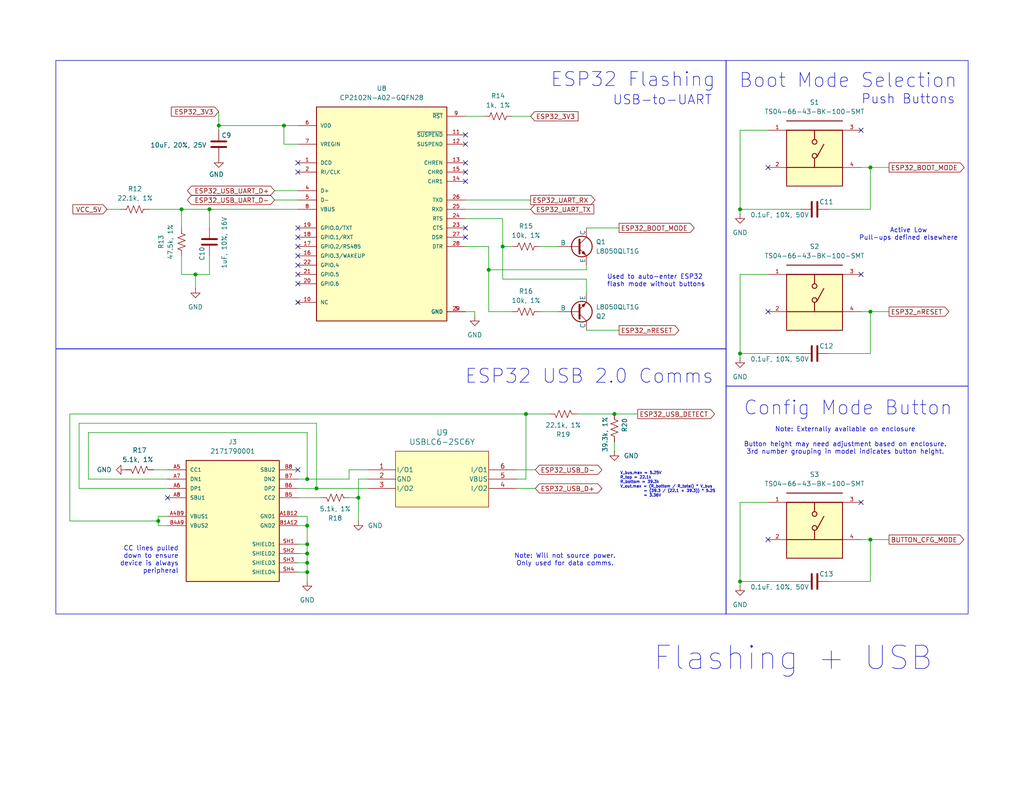
<source format=kicad_sch>
(kicad_sch (version 20231120) (generator "eeschema") (generator_version "8.0")
  (paper "USLetter")
  (title_block (title "CivicAlert") (rev "A") (company "Vanderbilt University"))
  (lib_symbols
    (symbol "2024-08-09_21-18-38:USBLC6-2SC6Y" (pin_names (offset 0.254))
      (property "Reference" "U" (at 20.32 10.16 0))
      (property "Value" "USBLC6-2SC6Y" (at 20.32 7.62 0))
      (symbol "USBLC6-2SC6Y_0_1"
        (rectangle (start 7.62 5.08) (end 33.02 -10.16) (fill (type background)))
        (pin bidirectional line (at 0 0 0) (length 7.62) (name "I/O1") (number "1"))
        (pin power_in line (at 0 -2.54 0) (length 7.62) (name "GND") (number "2"))
        (pin bidirectional line (at 0 -5.08 0) (length 7.62) (name "I/O2") (number "3"))
        (pin bidirectional line (at 40.64 -5.08 180) (length 7.62) (name "I/O2") (number "4"))
        (pin power_in line (at 40.64 -2.54 180) (length 7.62) (name "VBUS") (number "5"))
        (pin bidirectional line (at 40.64 0 180) (length 7.62) (name "I/O1") (number "6"))
      )
    )
    (symbol "2171790001:2171790001" (pin_names (offset 1.016))
      (property "Reference" "J3" (at 0 20.32 0))
      (property "Value" "2171790001" (at 0 17.78 0))
      (symbol "2171790001_0_0"
        (rectangle (start -12.7 -17.78) (end 12.7 15.24) (stroke (width 0.254)) (fill (type background)))
        (pin power_in line (at 17.78 0 180) (length 5.08) (name "GND1") (number "A1B12"))
        (pin power_in line (at -17.78 0 0) (length 5.08) (name "VBUS1") (number "A4B9"))
        (pin bidirectional line (at -17.78 12.7 0) (length 5.08) (name "CC1") (number "A5"))
        (pin bidirectional line (at -17.78 7.62 0) (length 5.08) (name "DP1") (number "A6"))
        (pin bidirectional line (at -17.78 10.16 0) (length 5.08) (name "DN1") (number "A7"))
        (pin bidirectional line (at -17.78 5.08 0) (length 5.08) (name "SBU1") (number "A8"))
        (pin power_in line (at 17.78 -2.54 180) (length 5.08) (name "GND2") (number "B1A12"))
        (pin bidirectional line (at 17.78 5.08 180) (length 5.08) (name "CC2") (number "B5"))
        (pin bidirectional line (at 17.78 7.62 180) (length 5.08) (name "DP2") (number "B6"))
        (pin bidirectional line (at 17.78 10.16 180) (length 5.08) (name "DN2") (number "B7"))
        (pin bidirectional line (at 17.78 12.7 180) (length 5.08) (name "SBU2") (number "B8"))
        (pin passive line (at 17.78 -7.62 180) (length 5.08) (name "SHIELD1") (number "SH1"))
        (pin passive line (at 17.78 -10.16 180) (length 5.08) (name "SHIELD2") (number "SH2"))
        (pin passive line (at 17.78 -12.7 180) (length 5.08) (name "SHIELD3") (number "SH3"))
        (pin passive line (at 17.78 -15.24 180) (length 5.08) (name "SHIELD4") (number "SH4"))
      )
      (symbol "2171790001_1_0"
        (pin power_out line (at -17.78 -2.54 0) (length 5.08) (name "VBUS2") (number "B4A9"))
      )
    )
    (symbol "CP2102N-A02-GQFN28:CP2102N-A02-GQFN28" (pin_names (offset 1.016))
      (property "Reference" "U8" (at 0 35.56 0))
      (property "Value" "CP2102N-A02-GQFN28" (at 0 33.02 0))
      (symbol "CP2102N-A02-GQFN28_0_0"
        (rectangle (start -17.78 -27.94) (end 17.78 30.48) (stroke (width 0.254)) (fill (type background)))
        (pin input line (at -22.86 15.24 0) (length 5.08) (name "DCD") (number "1"))
        (pin no_connect line (at -22.86 -22.86 0) (length 5.08) (name "NC") (number "10"))
        (pin output line (at 22.86 22.86 180) (length 5.08) (name "~{SUSPEND}") (number "11"))
        (pin output line (at 22.86 20.32 180) (length 5.08) (name "SUSPEND") (number "12"))
        (pin output line (at 22.86 15.24 180) (length 5.08) (name "CHREN") (number "13"))
        (pin output line (at 22.86 10.16 180) (length 5.08) (name "CHR1") (number "14"))
        (pin output line (at 22.86 12.7 180) (length 5.08) (name "CHR0") (number "15"))
        (pin bidirectional line (at -22.86 -10.16 0) (length 5.08) (name "GPIO.3/WAKEUP") (number "16"))
        (pin bidirectional line (at -22.86 -7.62 0) (length 5.08) (name "GPIO.2/RS485") (number "17"))
        (pin bidirectional line (at -22.86 -5.08 0) (length 5.08) (name "GPIO.1/RXT") (number "18"))
        (pin bidirectional line (at -22.86 -2.54 0) (length 5.08) (name "GPIO.0/TXT") (number "19"))
        (pin bidirectional line (at -22.86 12.7 0) (length 5.08) (name "RI/CLK") (number "2"))
        (pin bidirectional line (at -22.86 -17.78 0) (length 5.08) (name "GPIO.6") (number "20"))
        (pin bidirectional line (at -22.86 -15.24 0) (length 5.08) (name "GPIO.5") (number "21"))
        (pin bidirectional line (at -22.86 -12.7 0) (length 5.08) (name "GPIO.4") (number "22"))
        (pin input line (at 22.86 -2.54 180) (length 5.08) (name "CTS") (number "23"))
        (pin output line (at 22.86 0 180) (length 5.08) (name "RTS") (number "24"))
        (pin input line (at 22.86 2.54 180) (length 5.08) (name "RXD") (number "25"))
        (pin output line (at 22.86 5.08 180) (length 5.08) (name "TXD") (number "26"))
        (pin input line (at 22.86 -5.08 180) (length 5.08) (name "DSR") (number "27"))
        (pin output line (at 22.86 -7.62 180) (length 5.08) (name "DTR") (number "28"))
        (pin power_in line (at 22.86 -25.4 180) (length 5.08) (name "GND") (number "29"))
        (pin power_in line (at 22.86 -25.4 180) (length 5.08) (name "GND") (number "3"))
        (pin bidirectional line (at -22.86 7.62 0) (length 5.08) (name "D+") (number "4"))
        (pin bidirectional line (at -22.86 5.08 0) (length 5.08) (name "D-") (number "5"))
        (pin power_in line (at -22.86 25.4 0) (length 5.08) (name "VDD") (number "6"))
        (pin input line (at -22.86 20.32 0) (length 5.08) (name "VREGIN") (number "7"))
        (pin input line (at -22.86 2.54 0) (length 5.08) (name "VBUS") (number "8"))
        (pin input line (at 22.86 27.94 180) (length 5.08) (name "~{RST}") (number "9"))
      )
    )
    (symbol "Device:C" (pin_numbers hide) (pin_names (offset 0.254))
      (property "Reference" "C" (at 0.635 2.54 0))
      (property "Value" "C" (at 0.635 -2.54 0))
      (symbol "C_0_1"
        (polyline (pts (xy -2.032 -0.762) (xy 2.032 -0.762)) (stroke (width 0.508)))
        (polyline (pts (xy -2.032 0.762) (xy 2.032 0.762)) (stroke (width 0.508)))
      )
      (symbol "C_1_1"
        (pin passive line (at 0 3.81 270) (length 2.794) (name "~") (number "1"))
        (pin passive line (at 0 -3.81 90) (length 2.794) (name "~") (number "2"))
      )
    )
    (symbol "Device:R_US" (pin_numbers hide) (pin_names (offset 0))
      (property "Reference" "R" (at 2.54 0 90))
      (property "Value" "R_US" (at -2.54 0 90))
      (symbol "R_US_0_1"
        (polyline (pts (xy 0 -2.286) (xy 0 -2.54)))
        (polyline (pts (xy 0 2.286) (xy 0 2.54)))
        (polyline (pts (xy 0 -0.762) (xy 1.016 -1.143) (xy 0 -1.524) (xy -1.016 -1.905) (xy 0 -2.286)))
        (polyline (pts (xy 0 0.762) (xy 1.016 0.381) (xy 0 0) (xy -1.016 -0.381) (xy 0 -0.762)))
        (polyline (pts (xy 0 2.286) (xy 1.016 1.905) (xy 0 1.524) (xy -1.016 1.143) (xy 0 0.762)))
      )
      (symbol "R_US_1_1"
        (pin passive line (at 0 3.81 270) (length 1.27) (name "~") (number "1"))
        (pin passive line (at 0 -3.81 90) (length 1.27) (name "~") (number "2"))
      )
    )
    (symbol "NPN_1" (pin_numbers hide) (pin_names (offset 0))
      (property "Reference" "Q1" (at 5.08 1.2701 0))
      (property "Value" "L8050QLT1G" (at 5.08 -1.2699 0))
      (symbol "NPN_1_0_1"
        (polyline (pts (xy -2.54 0) (xy 0.635 0)) (stroke (width 0.1524)))
        (polyline (pts (xy 0.635 0.635) (xy 2.54 2.54)))
        (polyline (pts (xy 2.794 -1.27) (xy 2.794 -1.27)) (stroke (width 0.1524)))
        (polyline (pts (xy 2.794 -1.27) (xy 2.794 -1.27)) (stroke (width 0.1524)))
        (polyline (pts (xy 0.635 -0.635) (xy 2.54 -2.54) (xy 2.54 -2.54)))
        (polyline (pts (xy 0.635 1.905) (xy 0.635 -1.905) (xy 0.635 -1.905)) (stroke (width 0.508)))
        (polyline (pts (xy 1.27 -1.778) (xy 1.778 -1.27) (xy 2.286 -2.286) (xy 1.27 -1.778) (xy 1.27 -1.778)) (fill (type outline)))
        (circle (center 1.27 0) (radius 2.8194) (stroke (width 0.254)))
      )
      (symbol "NPN_1_1_1"
        (pin open_collector line (at 2.54 5.08 270) (length 2.54) (name "C") (number "1"))
        (pin input line (at -5.08 0 0) (length 2.54) (name "B") (number "2"))
        (pin passive line (at 2.54 -5.08 90) (length 2.54) (name "E") (number "3"))
      )
    )
    (symbol "Simulation_SPICE:NPN" (pin_numbers hide) (pin_names (offset 0))
      (property "Reference" "Q2" (at 5.08 1.2701 0))
      (property "Value" "L8050QLT1G" (at 5.08 -1.2699 0))
      (symbol "NPN_0_1"
        (polyline (pts (xy -2.54 0) (xy 0.635 0)) (stroke (width 0.1524)))
        (polyline (pts (xy 0.635 0.635) (xy 2.54 2.54)))
        (polyline (pts (xy 2.794 -1.27) (xy 2.794 -1.27)) (stroke (width 0.1524)))
        (polyline (pts (xy 2.794 -1.27) (xy 2.794 -1.27)) (stroke (width 0.1524)))
        (polyline (pts (xy 0.635 -0.635) (xy 2.54 -2.54) (xy 2.54 -2.54)))
        (polyline (pts (xy 0.635 1.905) (xy 0.635 -1.905) (xy 0.635 -1.905)) (stroke (width 0.508)))
        (polyline (pts (xy 1.27 -1.778) (xy 1.778 -1.27) (xy 2.286 -2.286) (xy 1.27 -1.778) (xy 1.27 -1.778)) (fill (type outline)))
        (circle (center 1.27 0) (radius 2.8194) (stroke (width 0.254)))
      )
      (symbol "NPN_1_1"
        (pin open_collector line (at 2.54 5.08 270) (length 2.54) (name "C") (number "1"))
        (pin input line (at -5.08 0 0) (length 2.54) (name "B") (number "2"))
        (pin passive line (at 2.54 -5.08 90) (length 2.54) (name "E") (number "3"))
      )
    )
    (symbol "TS04-66-43-BK-100-SMT:TS04-66-43-BK-100-SMT" (pin_names (offset 1.016) hide)
      (property "Reference" "S" (at -7.62 8.382 0))
      (property "Value" "TS04-66-43-BK-100-SMT" (at -7.62 -8.382 0))
      (symbol "TS04-66-43-BK-100-SMT_0_0"
        (rectangle (start -7.62 -10.16) (end 7.62 5.08) (stroke (width 0.254)) (fill (type background)))
        (circle (center 0 -1.905) (radius 0.635) (stroke (width 0.254)))
        (polyline (pts (xy 0 -2.54) (xy 0 -5.08)) (stroke (width 0.254)))
        (polyline (pts (xy 0 5.08) (xy 0 2.54)) (stroke (width 0.254)))
        (polyline (pts (xy 0.635 -2.2352) (xy 2.54 1.27)) (stroke (width 0.254)))
        (polyline (pts (xy 7.62 -5.08) (xy -7.62 -5.08)) (stroke (width 0.254)))
        (polyline (pts (xy 7.62 5.08) (xy -7.62 5.08)) (stroke (width 0.254)))
        (polyline (pts (xy 7.62 7.62) (xy -7.62 7.62)) (stroke (width 0.254)))
        (circle (center 0 1.905) (radius 0.635) (stroke (width 0.254)))
        (pin passive line (at -12.7 5.08 0) (length 5.08) (name "~") (number "1"))
        (pin passive line (at -12.7 -5.08 0) (length 5.08) (name "~") (number "2"))
        (pin passive line (at 12.7 5.08 180) (length 5.08) (name "~") (number "3"))
        (pin passive line (at 12.7 -5.08 180) (length 5.08) (name "~") (number "4"))
      )
    )
    (symbol "power:GND" (power) (pin_numbers hide) (pin_names (offset 0) hide)
      (property "Value" "GND" (at 0 -3.81 0))
      (symbol "GND_0_1"
        (polyline (pts (xy 0 0) (xy 0 -1.27) (xy 1.27 -1.27) (xy 0 -2.54) (xy -1.27 -1.27) (xy 0 -1.27)))
      )
      (symbol "GND_1_1"
        (pin power_in line (at 0 0 270) (length 0) (name "~") (number "1"))
      )
    )
  )
  (junction (at 83.82 148.59))
  (junction (at 83.82 130.81))
  (junction (at 201.93 158.75))
  (junction (at 201.93 96.52))
  (junction (at 86.36 133.35))
  (junction (at 83.82 143.51))
  (junction (at 97.79 135.89))
  (junction (at 137.16 67.31))
  (junction (at 133.35 73.66))
  (junction (at 83.82 153.67))
  (junction (at 237.49 85.09))
  (junction (at 167.64 113.03))
  (junction (at 143.51 113.03))
  (junction (at 77.47 34.29))
  (junction (at 83.82 151.13))
  (junction (at 83.82 156.21))
  (junction (at 53.34 74.93))
  (junction (at 49.53 57.15))
  (junction (at 237.49 147.32))
  (junction (at 43.18 142.24))
  (junction (at 237.49 45.72))
  (junction (at 201.93 57.15))
  (junction (at 57.15 57.15))
  (junction (at 59.69 34.29))
  (no_connect (at 81.28 72.39))
  (no_connect (at 234.95 35.56))
  (no_connect (at 81.28 69.85))
  (no_connect (at 127 36.83))
  (no_connect (at 81.28 77.47))
  (no_connect (at 127 46.99))
  (no_connect (at 81.28 128.27))
  (no_connect (at 81.28 82.55))
  (no_connect (at 81.28 46.99))
  (no_connect (at 81.28 67.31))
  (no_connect (at 127 39.37))
  (no_connect (at 234.95 74.93))
  (no_connect (at 127 44.45))
  (no_connect (at 209.55 85.09))
  (no_connect (at 81.28 74.93))
  (no_connect (at 81.28 64.77))
  (no_connect (at 45.72 135.89))
  (no_connect (at 127 64.77))
  (no_connect (at 209.55 45.72))
  (no_connect (at 81.28 44.45))
  (no_connect (at 209.55 147.32))
  (no_connect (at 127 62.23))
  (no_connect (at 234.95 137.16))
  (no_connect (at 127 49.53))
  (no_connect (at 81.28 62.23))
  (wire (pts (xy 74.93 52.07) (xy 81.28 52.07)))
  (wire (pts (xy 81.28 151.13) (xy 83.82 151.13)))
  (wire (pts (xy 237.49 158.75) (xy 237.49 147.32)))
  (wire (pts (xy 133.35 85.09) (xy 139.7 85.09)))
  (wire (pts (xy 86.36 115.57) (xy 86.36 133.35)))
  (wire (pts (xy 29.21 57.15) (xy 33.02 57.15)))
  (wire (pts (xy 81.28 130.81) (xy 83.82 130.81)))
  (wire (pts (xy 226.06 57.15) (xy 237.49 57.15)))
  (wire (pts (xy 45.72 133.35) (xy 21.59 133.35)))
  (wire (pts (xy 147.32 85.09) (xy 152.4 85.09)))
  (wire (pts (xy 81.28 34.29) (xy 77.47 34.29)))
  (wire (pts (xy 97.79 135.89) (xy 97.79 142.24)))
  (wire (pts (xy 40.64 57.15) (xy 49.53 57.15)))
  (wire (pts (xy 201.93 57.15) (xy 201.93 35.56)))
  (wire (pts (xy 160.02 72.39) (xy 160.02 73.66)))
  (wire (pts (xy 237.49 96.52) (xy 237.49 85.09)))
  (wire (pts (xy 137.16 67.31) (xy 139.7 67.31)))
  (wire (pts (xy 43.18 142.24) (xy 43.18 143.51)))
  (wire (pts (xy 147.32 67.31) (xy 152.4 67.31)))
  (wire (pts (xy 143.51 113.03) (xy 149.86 113.03)))
  (wire (pts (xy 167.64 113.03) (xy 173.99 113.03)))
  (wire (pts (xy 226.06 96.52) (xy 237.49 96.52)))
  (wire (pts (xy 77.47 34.29) (xy 77.47 39.37)))
  (wire (pts (xy 201.93 57.15) (xy 218.44 57.15)))
  (wire (pts (xy 49.53 57.15) (xy 49.53 62.23)))
  (wire (pts (xy 127 54.61) (xy 144.78 54.61)))
  (wire (pts (xy 45.72 130.81) (xy 24.13 130.81)))
  (wire (pts (xy 127 57.15) (xy 144.78 57.15)))
  (wire (pts (xy 127 31.75) (xy 132.08 31.75)))
  (wire (pts (xy 19.05 142.24) (xy 19.05 113.03)))
  (wire (pts (xy 83.82 153.67) (xy 83.82 156.21)))
  (wire (pts (xy 59.69 35.56) (xy 59.69 34.29)))
  (wire (pts (xy 160.02 73.66) (xy 133.35 73.66)))
  (wire (pts (xy 237.49 57.15) (xy 237.49 45.72)))
  (wire (pts (xy 237.49 85.09) (xy 242.57 85.09)))
  (wire (pts (xy 24.13 130.81) (xy 24.13 118.11)))
  (wire (pts (xy 133.35 73.66) (xy 133.35 85.09)))
  (wire (pts (xy 201.93 158.75) (xy 218.44 158.75)))
  (wire (pts (xy 81.28 135.89) (xy 87.63 135.89)))
  (wire (pts (xy 86.36 133.35) (xy 100.33 133.35)))
  (wire (pts (xy 19.05 142.24) (xy 43.18 142.24)))
  (wire (pts (xy 201.93 58.42) (xy 201.93 57.15)))
  (wire (pts (xy 129.54 85.09) (xy 129.54 86.36)))
  (wire (pts (xy 57.15 74.93) (xy 57.15 69.85)))
  (wire (pts (xy 140.97 128.27) (xy 146.05 128.27)))
  (wire (pts (xy 57.15 57.15) (xy 57.15 62.23)))
  (wire (pts (xy 59.69 34.29) (xy 77.47 34.29)))
  (wire (pts (xy 201.93 74.93) (xy 209.55 74.93)))
  (wire (pts (xy 83.82 143.51) (xy 81.28 143.51)))
  (wire (pts (xy 53.34 74.93) (xy 57.15 74.93)))
  (wire (pts (xy 127 85.09) (xy 129.54 85.09)))
  (wire (pts (xy 57.15 57.15) (xy 81.28 57.15)))
  (wire (pts (xy 83.82 148.59) (xy 83.82 151.13)))
  (wire (pts (xy 83.82 151.13) (xy 83.82 153.67)))
  (wire (pts (xy 237.49 85.09) (xy 234.95 85.09)))
  (wire (pts (xy 95.25 130.81) (xy 95.25 128.27)))
  (wire (pts (xy 160.02 80.01) (xy 160.02 76.2)))
  (wire (pts (xy 97.79 135.89) (xy 97.79 130.81)))
  (wire (pts (xy 41.91 128.27) (xy 45.72 128.27)))
  (wire (pts (xy 97.79 130.81) (xy 100.33 130.81)))
  (wire (pts (xy 160.02 90.17) (xy 168.91 90.17)))
  (wire (pts (xy 83.82 118.11) (xy 83.82 130.81)))
  (wire (pts (xy 49.53 74.93) (xy 53.34 74.93)))
  (wire (pts (xy 237.49 45.72) (xy 242.57 45.72)))
  (wire (pts (xy 83.82 130.81) (xy 95.25 130.81)))
  (wire (pts (xy 81.28 148.59) (xy 83.82 148.59)))
  (wire (pts (xy 140.97 133.35) (xy 146.05 133.35)))
  (wire (pts (xy 160.02 76.2) (xy 137.16 76.2)))
  (wire (pts (xy 133.35 67.31) (xy 133.35 73.66)))
  (wire (pts (xy 137.16 76.2) (xy 137.16 67.31)))
  (wire (pts (xy 201.93 137.16) (xy 209.55 137.16)))
  (wire (pts (xy 237.49 147.32) (xy 234.95 147.32)))
  (wire (pts (xy 95.25 135.89) (xy 97.79 135.89)))
  (wire (pts (xy 43.18 140.97) (xy 43.18 142.24)))
  (wire (pts (xy 83.82 156.21) (xy 83.82 158.75)))
  (wire (pts (xy 81.28 156.21) (xy 83.82 156.21)))
  (wire (pts (xy 201.93 35.56) (xy 209.55 35.56)))
  (wire (pts (xy 83.82 140.97) (xy 83.82 143.51)))
  (wire (pts (xy 160.02 62.23) (xy 168.91 62.23)))
  (wire (pts (xy 74.93 54.61) (xy 81.28 54.61)))
  (wire (pts (xy 83.82 143.51) (xy 83.82 148.59)))
  (wire (pts (xy 201.93 158.75) (xy 201.93 137.16)))
  (wire (pts (xy 143.51 130.81) (xy 140.97 130.81)))
  (wire (pts (xy 167.64 120.65) (xy 167.64 123.19)))
  (wire (pts (xy 81.28 133.35) (xy 86.36 133.35)))
  (wire (pts (xy 77.47 39.37) (xy 81.28 39.37)))
  (wire (pts (xy 143.51 113.03) (xy 143.51 130.81)))
  (wire (pts (xy 201.93 160.02) (xy 201.93 158.75)))
  (wire (pts (xy 226.06 158.75) (xy 237.49 158.75)))
  (wire (pts (xy 81.28 140.97) (xy 83.82 140.97)))
  (wire (pts (xy 201.93 97.79) (xy 201.93 96.52)))
  (wire (pts (xy 21.59 133.35) (xy 21.59 115.57)))
  (wire (pts (xy 127 59.69) (xy 137.16 59.69)))
  (wire (pts (xy 53.34 74.93) (xy 53.34 78.74)))
  (wire (pts (xy 201.93 96.52) (xy 201.93 74.93)))
  (wire (pts (xy 59.69 30.48) (xy 59.69 34.29)))
  (wire (pts (xy 19.05 113.03) (xy 143.51 113.03)))
  (wire (pts (xy 137.16 59.69) (xy 137.16 67.31)))
  (wire (pts (xy 95.25 128.27) (xy 100.33 128.27)))
  (wire (pts (xy 81.28 153.67) (xy 83.82 153.67)))
  (wire (pts (xy 49.53 69.85) (xy 49.53 74.93)))
  (wire (pts (xy 139.7 31.75) (xy 144.78 31.75)))
  (wire (pts (xy 237.49 45.72) (xy 234.95 45.72)))
  (wire (pts (xy 127 67.31) (xy 133.35 67.31)))
  (wire (pts (xy 45.72 140.97) (xy 43.18 140.97)))
  (wire (pts (xy 43.18 143.51) (xy 45.72 143.51)))
  (wire (pts (xy 157.48 113.03) (xy 167.64 113.03)))
  (wire (pts (xy 24.13 118.11) (xy 83.82 118.11)))
  (wire (pts (xy 201.93 96.52) (xy 218.44 96.52)))
  (wire (pts (xy 21.59 115.57) (xy 86.36 115.57)))
  (wire (pts (xy 49.53 57.15) (xy 57.15 57.15)))
  (wire (pts (xy 237.49 147.32) (xy 242.57 147.32)))
  (rectangle (start 198.12 16.51) (end 264.16 105.41))
  (rectangle (start 15.24 16.51) (end 198.12 95.25))
  (rectangle (start 15.24 95.25) (end 198.12 167.64))
  (rectangle (start 198.12 105.41) (end 264.16 167.64))
  (text "Active Low\nPull-ups defined elsewhere" (at 247.904 64.008 0) (effects (font (size 1.27 1.27))))
  (text "CC lines pulled\ndown to ensure\ndevice is always\nperipheral" (at 48.768 152.908 0) (effects (font (size 1.27 1.27)) (justify right)))
  (text "Note: Will not source power.\nOnly used for data comms." (at 154.178 152.908 0) (effects (font (size 1.27 1.27))))
  (text "V_bus,max = 5.25V\nR_top = 22.1k\nR_bottom = 39.3k\nV_out,max = (R_bottom / R_total) * V_bus\n           = (39.3 / (22.1 + 39.3)) * 5.25\n           = 3.36V" (at 169.164 132.334 0) (effects (font (size 0.762 0.762)) (justify left)))
  (text "Note: Externally available on enclosure\n\nButton height may need adjustment based on enclosure.\n3rd number grouping in model indicates button height." (at 230.632 120.396 0) (effects (font (size 1.27 1.27))))
  (text "Push Buttons" (at 234.95 27.178 0) (effects (font (size 2.54 2.54)) (justify left)))
  (text "Flashing + USB" (at 216.408 179.832 0) (effects (font (size 6.35 6.35))))
  (text "Used to auto-enter ESP32\nflash mode without buttons" (at 165.608 76.708 0) (effects (font (size 1.27 1.27)) (justify left)))
  (text "USB-to-UART" (at 167.132 27.432 0) (effects (font (size 2.54 2.54)) (justify left)))
  (text "Boot Mode Selection" (at 231.394 22.098 0) (effects (font (size 3.81 3.81))))
  (text "Config Mode Button" (at 231.394 111.506 0) (effects (font (size 3.81 3.81))))
  (text "ESP32 Flashing" (at 172.72 21.844 0) (effects (font (size 3.81 3.81))))
  (text "ESP32 USB 2.0 Comms" (at 160.782 102.87 0) (effects (font (size 3.81 3.81))))
  (global_label "ESP32_USB_UART_D-" (shape bidirectional) (at 74.93 54.61 180) (property "Intersheetrefs" "${INTERSHEET_REFS}" (effects (hide yes))))
  (global_label "ESP32_USB_D-" (shape bidirectional) (at 146.05 128.27 0) (property "Intersheetrefs" "${INTERSHEET_REFS}" (effects (hide yes))))
  (global_label "BUTTON_CFG_MODE" (shape output) (at 242.57 147.32 0) (property "Intersheetrefs" "${INTERSHEET_REFS}" (effects (hide yes))))
  (global_label "ESP32_UART_TX" (shape input) (at 144.78 57.15 0) (property "Intersheetrefs" "${INTERSHEET_REFS}" (effects (hide yes))))
  (global_label "ESP32_nRESET" (shape output) (at 242.57 85.09 0) (property "Intersheetrefs" "${INTERSHEET_REFS}" (effects (hide yes))))
  (global_label "ESP32_USB_UART_D+" (shape bidirectional) (at 74.93 52.07 180) (property "Intersheetrefs" "${INTERSHEET_REFS}" (effects (hide yes))))
  (global_label "ESP32_3V3" (shape input) (at 144.78 31.75 0) (property "Intersheetrefs" "${INTERSHEET_REFS}" (effects (hide yes))))
  (global_label "ESP32_nRESET" (shape output) (at 168.91 90.17 0) (property "Intersheetrefs" "${INTERSHEET_REFS}" (effects (hide yes))))
  (global_label "VCC_5V" (shape input) (at 29.21 57.15 180) (property "Intersheetrefs" "${INTERSHEET_REFS}" (effects (hide yes))))
  (global_label "ESP32_USB_D+" (shape bidirectional) (at 146.05 133.35 0) (property "Intersheetrefs" "${INTERSHEET_REFS}" (effects (hide yes))))
  (global_label "ESP32_BOOT_MODE" (shape output) (at 242.57 45.72 0) (property "Intersheetrefs" "${INTERSHEET_REFS}" (effects (hide yes))))
  (global_label "ESP32_USB_DETECT" (shape output) (at 173.99 113.03 0) (property "Intersheetrefs" "${INTERSHEET_REFS}" (effects (hide yes))))
  (global_label "ESP32_UART_RX" (shape output) (at 144.78 54.61 0) (property "Intersheetrefs" "${INTERSHEET_REFS}" (effects (hide yes))))
  (global_label "ESP32_BOOT_MODE" (shape output) (at 168.91 62.23 0) (property "Intersheetrefs" "${INTERSHEET_REFS}" (effects (hide yes))))
  (global_label "ESP32_3V3" (shape input) (at 59.69 30.48 180) (property "Intersheetrefs" "${INTERSHEET_REFS}" (effects (hide yes))))
  (symbol (lib_id "CP2102N-A02-GQFN28:CP2102N-A02-GQFN28") (at 104.14 59.69 0) (unit 1)
    (property "Reference" "U8" (at 104.14 24.13 0))
    (property "Value" "CP2102N-A02-GQFN28" (at 104.14 26.67 0))
    (property "Footprint" "CP2102N-A02-GQFN28:QFN50P500X500X80-29N" (effects (hide yes)))
    (property "DigiKey_Part_Number" "336-5889-ND" (effects (hide yes)))
    (property "SnapEDA_Link" "https://www.snapeda.com/parts/CP2102N-A02-GQFN28/Silicon+Labs/view-part/?ref=snap" (effects (hide yes)))
    (property "MAXIMUM_PACKAGE_HEIGHT" "0.8 mm" (effects (hide yes)))
    (property "Package" "WFQFN-28 Silicon Labs" (effects (hide yes)))
    (property "Check_prices" "https://www.snapeda.com/parts/CP2102N-A02-GQFN28/Silicon+Labs/view-part/?ref=eda" (effects (hide yes)))
    (property "STANDARD" "IPC 7351B" (effects (hide yes)))
    (property "PARTREV" "1.5" (effects (hide yes)))
    (property "MF" "Silicon Labs" (effects (hide yes)))
    (property "MP" "CP2102N-A02-GQFN28" (effects (hide yes)))
    (property "Description_1" "\n                        \n                            USB Bridge, USB to UART USB 2.0 UART Interface 28-QFN (5x5)\n                        \n" (effects (hide yes)))
    (property "MANUFACTURER" "Silicon Labs" (effects (hide yes)))
  )
  (symbol (lib_id "Device:C") (at 222.25 158.75 270) (unit 1)
    (property "Reference" "C13" (at 223.52 156.718 90) (effects (justify left)))
    (property "Value" "0.1uF, 10%, 50V" (at 204.724 160.274 90) (effects (justify left)))
    (property "Description" "Unpolarized capacitor" (effects (hide yes)))
  )
  (symbol (lib_id "power:GND") (at 201.93 160.02 0) (unit 1)
    (property "Reference" "#PWR023" (effects (hide yes)))
    (property "Value" "GND" (at 201.93 165.1 0))
    (property "Description" "Power symbol creates a global label with name \"GND\" , ground" (effects (hide yes)))
  )
  (symbol (lib_id "Device:C") (at 222.25 96.52 270) (unit 1)
    (property "Reference" "C12" (at 223.52 94.488 90) (effects (justify left)))
    (property "Value" "0.1uF, 10%, 50V" (at 204.724 98.044 90) (effects (justify left)))
    (property "Description" "Unpolarized capacitor" (effects (hide yes)))
  )
  (symbol (lib_id "Device:C") (at 59.69 39.37 0) (mirror y) (unit 1)
    (property "Reference" "C9" (at 63.119 36.957 0) (effects (justify left)))
    (property "Value" "10uF, 20%, 25V" (at 56.388 39.624 0) (effects (justify left)))
    (property "Description" "Unpolarized capacitor" (effects (hide yes)))
  )
  (symbol (lib_id "power:GND") (at 201.93 97.79 0) (unit 1)
    (property "Reference" "#PWR022" (effects (hide yes)))
    (property "Value" "GND" (at 201.93 102.87 0))
    (property "Description" "Power symbol creates a global label with name \"GND\" , ground" (effects (hide yes)))
  )
  (symbol (lib_id "TS04-66-43-BK-100-SMT:TS04-66-43-BK-100-SMT") (at 222.25 80.01 0) (unit 1)
    (property "Reference" "S2" (at 222.25 67.31 0))
    (property "Value" "TS04-66-43-BK-100-SMT" (at 222.25 69.85 0))
    (property "Footprint" "SW_TS04-66-43-BK-100-SMT" (effects (hide yes)))
    (property "PARTREV" "1.0" (effects (hide yes)))
    (property "MANUFACTURER" "CUI Devices" (effects (hide yes)))
    (property "STANDARD" "Manufacturer Recommendations" (effects (hide yes)))
  )
  (symbol (lib_id "Device:R_US") (at 167.64 116.84 0) (unit 1)
    (property "Reference" "R20" (at 170.434 116.078 90))
    (property "Value" "39.3k, 1%" (at 165.1 118.618 90))
    (property "Description" "Resistor, US symbol" (effects (hide yes)))
  )
  (symbol (lib_id "power:GND") (at 83.82 158.75 0) (unit 1)
    (property "Reference" "#PWR017" (effects (hide yes)))
    (property "Value" "GND" (at 83.82 163.83 0))
    (property "Description" "Power symbol creates a global label with name \"GND\" , ground" (effects (hide yes)))
  )
  (symbol (lib_id "Device:R_US") (at 143.51 67.31 270) (unit 1)
    (property "Reference" "R15" (at 143.51 61.722 90))
    (property "Value" "10k, 1%" (at 143.51 64.262 90))
    (property "Description" "Resistor, US symbol" (effects (hide yes)))
  )
  (symbol (lib_id "2171790001:2171790001") (at 63.5 140.97 0) (unit 1)
    (property "Reference" "J3" (at 63.5 120.65 0))
    (property "Value" "2171790001" (at 63.5 123.19 0))
    (property "Footprint" "2171790001:MOLEX_2171790001" (effects (hide yes)))
    (property "DigiKey_Part_Number" "900-2171790001TR-ND" (effects (hide yes)))
    (property "SnapEDA_Link" "https://www.snapeda.com/parts/217179-0001/Molex/view-part/?ref=snap" (effects (hide yes)))
    (property "MAXIMUM_PACKAGE_HEIGHT" "3.16 mm" (effects (hide yes)))
    (property "Package" "None" (effects (hide yes)))
    (property "Check_prices" "https://www.snapeda.com/parts/217179-0001/Molex/view-part/?ref=eda" (effects (hide yes)))
    (property "STANDARD" "Manufacturer Recommendations" (effects (hide yes)))
    (property "PARTREV" "A1" (effects (hide yes)))
    (property "MF" "Molex" (effects (hide yes)))
    (property "MP" "217179-0001" (effects (hide yes)))
    (property "Description_1" "\n                        \n                            USB Type C - Connector, Top-mount SMT, 16pos | Molex Incorporated 217179-0001\n                        \n" (effects (hide yes)))
    (property "MANUFACTURER" "Molex" (effects (hide yes)))
  )
  (symbol (lib_id "Device:C") (at 222.25 57.15 270) (unit 1)
    (property "Reference" "C11" (at 223.52 55.118 90) (effects (justify left)))
    (property "Value" "0.1uF, 10%, 50V" (at 204.724 58.674 90) (effects (justify left)))
    (property "Description" "Unpolarized capacitor" (effects (hide yes)))
  )
  (symbol (lib_id "power:GND") (at 53.34 78.74 0) (unit 1)
    (property "Reference" "#PWR016" (effects (hide yes)))
    (property "Value" "GND" (at 53.34 83.82 0))
    (property "Description" "Power symbol creates a global label with name \"GND\" , ground" (effects (hide yes)))
  )
  (symbol (lib_id "power:GND") (at 167.64 123.19 0) (mirror y) (unit 1)
    (property "Reference" "#PWR019" (effects (hide yes)))
    (property "Value" "GND" (at 170.18 124.4599 0) (effects (justify right)))
    (property "Description" "Power symbol creates a global label with name \"GND\" , ground" (effects (hide yes)))
  )
  (symbol (lib_id "Device:R_US") (at 91.44 135.89 270) (mirror x) (unit 1)
    (property "Reference" "R18" (at 91.44 141.478 90))
    (property "Value" "5.1k, 1%" (at 91.44 138.938 90))
    (property "Description" "Resistor, US symbol" (effects (hide yes)))
  )
  (symbol (lib_id "Device:R_US") (at 153.67 113.03 270) (mirror x) (unit 1)
    (property "Reference" "R19" (at 153.67 118.618 90))
    (property "Value" "22.1k, 1%" (at 153.67 116.078 90))
    (property "Description" "Resistor, US symbol" (effects (hide yes)))
  )
  (symbol (lib_id "2024-08-09_21-18-38:USBLC6-2SC6Y") (at 100.33 128.27 0) (unit 1)
    (property "Reference" "U9" (at 120.65 118.11 0) (effects (font (size 1.524 1.524))))
    (property "Value" "USBLC6-2SC6Y" (at 120.65 120.65 0) (effects (font (size 1.524 1.524))))
    (property "Footprint" "SOT23-6L_STM" (effects (hide yes)))
    (property "Datasheet" "USBLC6-2SC6Y" (effects (hide yes)))
  )
  (symbol (lib_id "power:GND") (at 59.69 43.18 0) (unit 1)
    (property "Reference" "#PWR014" (effects (hide yes)))
    (property "Value" "GND" (at 61.087 47.625 0) (effects (justify right)))
    (property "Description" "Power symbol creates a global label with name \"GND\" , ground" (effects (hide yes)))
  )
  (symbol (lib_id "Device:R_US") (at 36.83 57.15 270) (unit 1)
    (property "Reference" "R12" (at 36.83 51.562 90))
    (property "Value" "22.1k, 1%" (at 36.83 54.102 90))
    (property "Description" "Resistor, US symbol" (effects (hide yes)))
  )
  (symbol (lib_id "Device:R_US") (at 49.53 66.04 0) (unit 1)
    (property "Reference" "R13" (at 43.942 66.04 90))
    (property "Value" "47.5k, 1%" (at 46.482 66.04 90))
    (property "Description" "Resistor, US symbol" (effects (hide yes)))
  )
  (symbol (lib_id "Simulation_SPICE:NPN") (at 157.48 85.09 0) (mirror x) (unit 1)
    (property "Reference" "Q2" (at 162.56 86.3601 0) (effects (justify left)))
    (property "Value" "L8050QLT1G" (at 162.56 83.8201 0) (effects (justify left)))
    (property "Datasheet" "https://ngspice.sourceforge.io/docs/ngspice-html-manual/manual.xhtml#cha_BJTs" (effects (hide yes)))
    (property "Description" "Bipolar transistor symbol for simulation only, substrate tied to the emitter" (effects (hide yes)))
    (property "Sim.Device" "NPN" (effects (hide yes)))
    (property "Sim.Type" "GUMMELPOON" (effects (hide yes)))
    (property "Sim.Pins" "1=C 2=B 3=E" (effects (hide yes)))
  )
  (symbol (lib_id "Device:R_US") (at 38.1 128.27 90) (mirror x) (unit 1)
    (property "Reference" "R17" (at 38.1 122.936 90))
    (property "Value" "5.1k, 1%" (at 37.592 125.476 90))
    (property "Description" "Resistor, US symbol" (effects (hide yes)))
  )
  (symbol (lib_id "power:GND") (at 129.54 86.36 0) (unit 1)
    (property "Reference" "#PWR015" (effects (hide yes)))
    (property "Value" "GND" (at 129.54 91.44 0))
    (property "Description" "Power symbol creates a global label with name \"GND\" , ground" (effects (hide yes)))
  )
  (symbol (lib_id "TS04-66-43-BK-100-SMT:TS04-66-43-BK-100-SMT") (at 222.25 40.64 0) (unit 1)
    (property "Reference" "S1" (at 222.25 27.94 0))
    (property "Value" "TS04-66-43-BK-100-SMT" (at 222.25 30.48 0))
    (property "Footprint" "SW_TS04-66-43-BK-100-SMT" (effects (hide yes)))
    (property "PARTREV" "1.0" (effects (hide yes)))
    (property "MANUFACTURER" "CUI Devices" (effects (hide yes)))
    (property "STANDARD" "Manufacturer Recommendations" (effects (hide yes)))
  )
  (symbol (lib_id "power:GND") (at 201.93 58.42 0) (unit 1)
    (property "Reference" "#PWR021" (effects (hide yes)))
    (property "Value" "GND" (at 201.93 63.5 0))
    (property "Description" "Power symbol creates a global label with name \"GND\" , ground" (effects (hide yes)))
  )
  (symbol (lib_id "Device:R_US") (at 135.89 31.75 270) (unit 1)
    (property "Reference" "R14" (at 135.89 26.162 90))
    (property "Value" "1k, 1%" (at 135.89 28.702 90))
    (property "Description" "Resistor, US symbol" (effects (hide yes)))
  )
  (symbol (lib_id "Device:C") (at 57.15 66.04 0) (mirror x) (unit 1)
    (property "Reference" "C10" (at 55.118 67.31 90) (effects (justify left)))
    (property "Value" "1uF, 10%, 16V" (at 61.214 59.182 90) (effects (justify left)))
    (property "Description" "Unpolarized capacitor" (effects (hide yes)))
  )
  (symbol (lib_name "NPN_1") (lib_id "Simulation_SPICE:NPN") (at 157.48 67.31 0) (unit 1)
    (property "Reference" "Q1" (at 162.56 66.0399 0) (effects (justify left)))
    (property "Value" "L8050QLT1G" (at 162.56 68.5799 0) (effects (justify left)))
    (property "Datasheet" "https://ngspice.sourceforge.io/docs/ngspice-html-manual/manual.xhtml#cha_BJTs" (effects (hide yes)))
    (property "Description" "Bipolar transistor symbol for simulation only, substrate tied to the emitter" (effects (hide yes)))
    (property "Sim.Device" "NPN" (effects (hide yes)))
    (property "Sim.Type" "GUMMELPOON" (effects (hide yes)))
    (property "Sim.Pins" "1=C 2=B 3=E" (effects (hide yes)))
  )
  (symbol (lib_id "TS04-66-43-BK-100-SMT:TS04-66-43-BK-100-SMT") (at 222.25 142.24 0) (unit 1)
    (property "Reference" "S3" (at 222.25 129.54 0))
    (property "Value" "TS04-66-43-BK-100-SMT" (at 222.25 132.08 0))
    (property "Footprint" "SW_TS04-66-43-BK-100-SMT" (effects (hide yes)))
    (property "PARTREV" "1.0" (effects (hide yes)))
    (property "MANUFACTURER" "CUI Devices" (effects (hide yes)))
    (property "STANDARD" "Manufacturer Recommendations" (effects (hide yes)))
  )
  (symbol (lib_id "power:GND") (at 34.29 128.27 270) (mirror x) (unit 1)
    (property "Reference" "#PWR018" (effects (hide yes)))
    (property "Value" "GND" (at 30.48 128.2699 90) (effects (justify right)))
    (property "Description" "Power symbol creates a global label with name \"GND\" , ground" (effects (hide yes)))
  )
  (symbol (lib_id "power:GND") (at 97.79 142.24 0) (mirror y) (unit 1)
    (property "Reference" "#PWR020" (effects (hide yes)))
    (property "Value" "GND" (at 100.33 143.5099 0) (effects (justify right)))
    (property "Description" "Power symbol creates a global label with name \"GND\" , ground" (effects (hide yes)))
  )
  (symbol (lib_id "Device:R_US") (at 143.51 85.09 270) (unit 1)
    (property "Reference" "R16" (at 143.51 79.502 90))
    (property "Value" "10k, 1%" (at 143.51 82.042 90))
    (property "Description" "Resistor, US symbol" (effects (hide yes)))
  )
)
</source>
